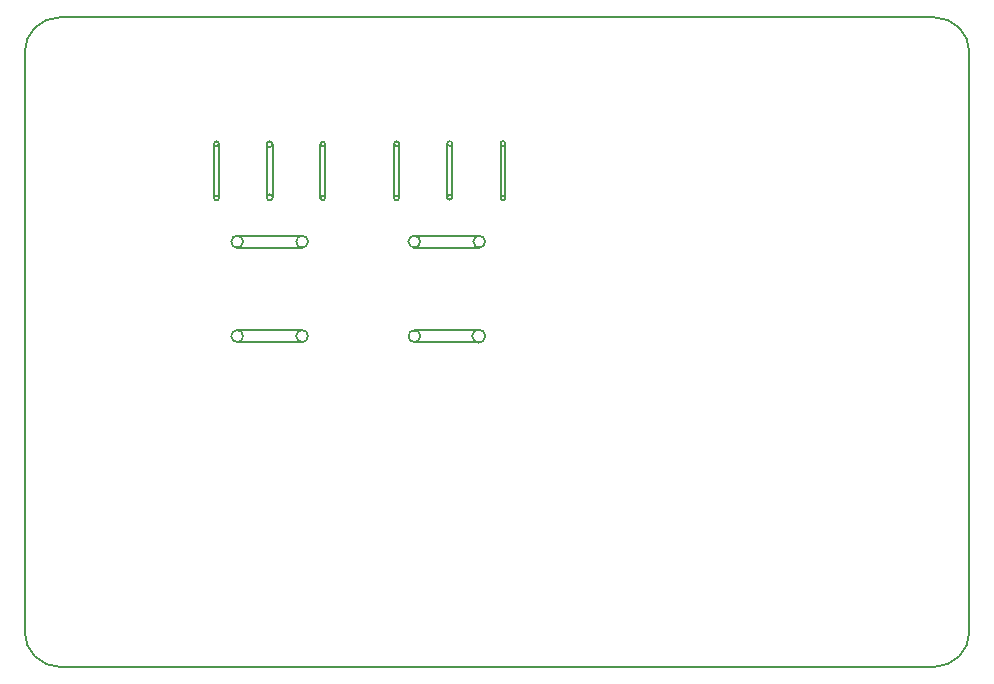
<source format=gbr>
G04 #@! TF.GenerationSoftware,KiCad,Pcbnew,(5.0.0)*
G04 #@! TF.CreationDate,2019-02-23T04:43:29+09:00*
G04 #@! TF.ProjectId,Power_exp,506F7765725F6578702E6B696361645F,rev?*
G04 #@! TF.SameCoordinates,Original*
G04 #@! TF.FileFunction,Profile,NP*
%FSLAX46Y46*%
G04 Gerber Fmt 4.6, Leading zero omitted, Abs format (unit mm)*
G04 Created by KiCad (PCBNEW (5.0.0)) date 02/23/19 04:43:29*
%MOMM*%
%LPD*%
G01*
G04 APERTURE LIST*
%ADD10C,0.150000*%
%ADD11C,0.200000*%
G04 APERTURE END LIST*
D10*
X136050000Y-62700000D02*
X136050000Y-67300000D01*
X136450000Y-67300000D02*
X136450000Y-62700000D01*
X136450000Y-67300000D02*
G75*
G03X136450000Y-67300000I-200000J0D01*
G01*
X136450000Y-62700000D02*
G75*
G03X136450000Y-62700000I-200000J0D01*
G01*
X145450000Y-62750000D02*
G75*
G03X145450000Y-62750000I-200000J0D01*
G01*
X145450000Y-67300000D02*
G75*
G03X145450000Y-67300000I-200000J0D01*
G01*
X145050000Y-62750000D02*
X145050000Y-67300000D01*
X145450000Y-67300000D02*
X145450000Y-62750000D01*
X151300000Y-62700000D02*
X151300000Y-67300000D01*
X151700000Y-67300000D02*
X151700000Y-62700000D01*
X151700000Y-67300000D02*
G75*
G03X151700000Y-67300000I-200000J0D01*
G01*
X151700000Y-62700000D02*
G75*
G03X151700000Y-62700000I-200000J0D01*
G01*
X156200000Y-62700000D02*
G75*
G03X156200000Y-62700000I-200000J0D01*
G01*
X156200000Y-67250000D02*
G75*
G03X156200000Y-67250000I-200000J0D01*
G01*
X155800000Y-62700000D02*
X155800000Y-67300000D01*
X156200000Y-67300000D02*
X156200000Y-62700000D01*
X160700000Y-62700000D02*
X160700000Y-67300000D01*
X160300000Y-67300000D02*
X160300000Y-62700000D01*
X160700000Y-67300000D02*
G75*
G03X160700000Y-67300000I-200000J0D01*
G01*
X160700000Y-62700000D02*
G75*
G03X160700000Y-62700000I-200000J0D01*
G01*
X138000000Y-79500000D02*
X143500000Y-79500000D01*
X143500000Y-78500000D02*
X138000000Y-78500000D01*
X138000000Y-70500000D02*
X143500000Y-70500000D01*
X143500000Y-71500000D02*
X138000000Y-71500000D01*
X141000000Y-67250000D02*
X141000000Y-62750000D01*
X140500000Y-62750000D02*
X140500000Y-67250000D01*
D11*
X141000000Y-62750000D02*
G75*
G03X141000000Y-62750000I-250000J0D01*
G01*
X141000000Y-67250000D02*
G75*
G03X141000000Y-67250000I-250000J0D01*
G01*
X138500000Y-71000000D02*
G75*
G03X138500000Y-71000000I-500000J0D01*
G01*
X144000000Y-71000000D02*
G75*
G03X144000000Y-71000000I-500000J0D01*
G01*
X144000000Y-79000000D02*
G75*
G03X144000000Y-79000000I-500000J0D01*
G01*
X138500000Y-79000000D02*
G75*
G03X138500000Y-79000000I-500000J0D01*
G01*
D10*
X159000000Y-71000000D02*
G75*
G03X159000000Y-71000000I-500000J0D01*
G01*
X153500000Y-71000000D02*
G75*
G03X153500000Y-71000000I-500000J0D01*
G01*
X158500000Y-70500000D02*
X153000000Y-70500000D01*
X153000000Y-71500000D02*
X158500000Y-71500000D01*
X153000000Y-79500000D02*
X158450000Y-79500000D01*
X158450000Y-78500000D02*
X153000000Y-78500000D01*
X159000000Y-79000000D02*
G75*
G03X159000000Y-79000000I-550000J0D01*
G01*
X153500000Y-79000000D02*
G75*
G03X153500000Y-79000000I-500000J0D01*
G01*
X123000000Y-52000000D02*
X197000000Y-52000000D01*
X200000000Y-55000000D02*
X200000000Y-104000000D01*
X120000000Y-55000000D02*
X120000000Y-104000000D01*
X120000000Y-104000000D02*
G75*
G03X123000000Y-107000000I3000000J0D01*
G01*
X197000000Y-107000000D02*
X123000000Y-107000000D01*
X197000000Y-107000000D02*
G75*
G03X200000000Y-104000000I0J3000000D01*
G01*
X123000000Y-52000000D02*
G75*
G03X120000000Y-55000000I0J-3000000D01*
G01*
X200000000Y-55000000D02*
G75*
G03X197000000Y-52000000I-3000000J0D01*
G01*
M02*

</source>
